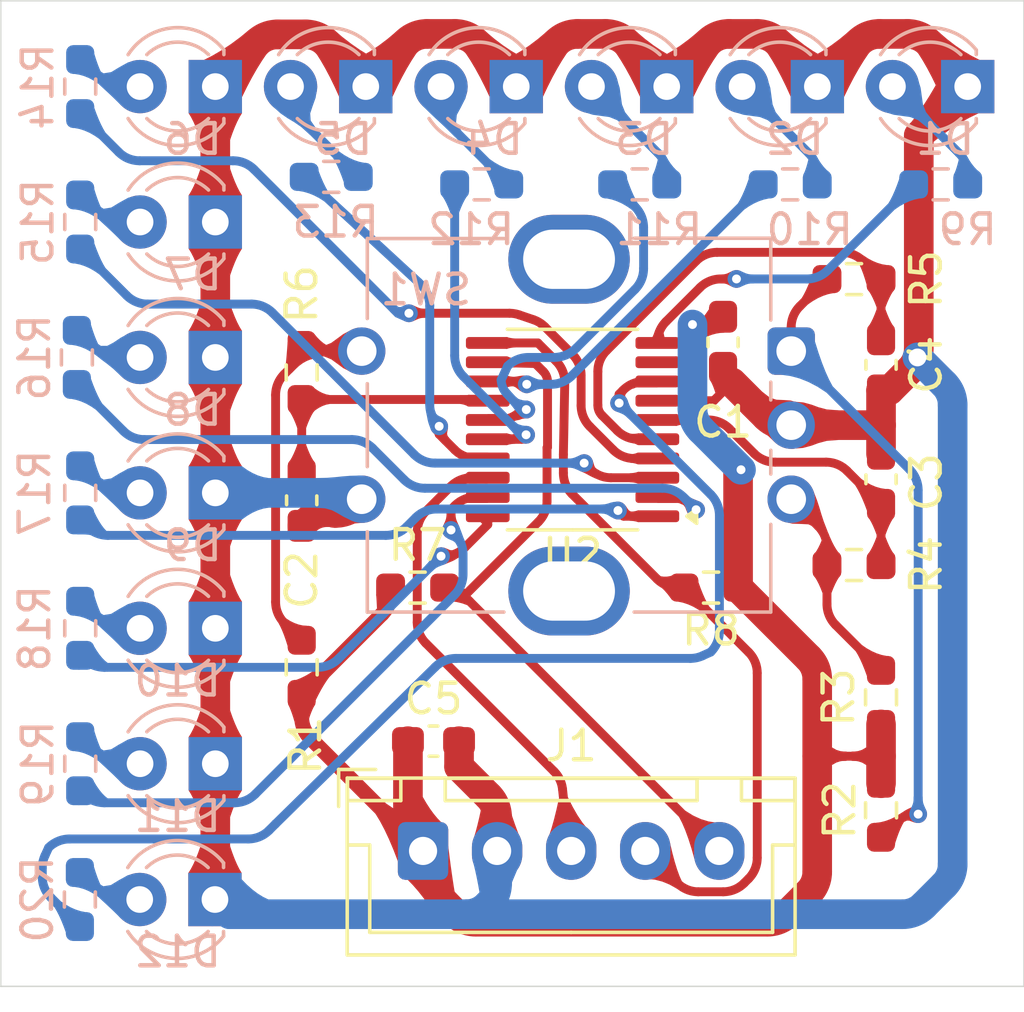
<source format=kicad_pcb>
(kicad_pcb (version 20240108) (generator "pcbnew") (generator_version "8.0")
  (layers (0 "F.Cu" mixed) (31 "B.Cu" mixed) (34 "B.Paste" user) (35 "F.Paste" user) (36 "B.SilkS" user "B.Silkscreen") (37 "F.SilkS" user "F.Silkscreen") (38 "B.Mask" user) (39 "F.Mask" user) (44 "Edge.Cuts" user))
  (net 0 "")
  (net 1 "+3V3")
  (net 2 "GND")
  (net 3 "Net-(U2-PC4)")
  (net 4 "Net-(U2-PA2)")
  (net 5 "Net-(U2-PA1)")
  (net 6 "/SCL")
  (net 7 "/SDA")
  (net 8 "/SWD")
  (net 9 "Net-(R1-Pad2)")
  (net 10 "Net-(R2-Pad2)")
  (net 11 "Net-(R3-Pad2)")
  (net 12 "Net-(D1-A)")
  (net 13 "Net-(D2-A)")
  (net 14 "Net-(D3-A)")
  (net 15 "Net-(D4-A)")
  (net 16 "Net-(D5-A)")
  (net 17 "Net-(D6-A)")
  (net 18 "Net-(D7-A)")
  (net 19 "Net-(D8-A)")
  (net 20 "Net-(D9-A)")
  (net 21 "Net-(D10-A)")
  (net 22 "Net-(D11-A)")
  (net 23 "Net-(D12-A)")
  (net 24 "/PC0")
  (net 25 "/PC3")
  (net 26 "/PC5")
  (net 27 "/PC6")
  (net 28 "/PC7")
  (net 29 "/PD7")
  (net 30 "/PD6")
  (net 31 "/PD5")
  (net 32 "/PD4")
  (net 33 "/PD3")
  (net 34 "/PD2")
  (net 35 "/PD0")
  (footprint "Resistor_SMD:R_0603_1608Metric_Pad0.98x0.95mm_HandSolder" (layer "F.Cu") (at 56.36 45.87)
    (property "Reference" "R5")
    (property "Value" "10kΩ")
  )
  (footprint "Resistor_SMD:R_0603_1608Metric_Pad0.98x0.95mm_HandSolder" (layer "F.Cu") (at 37.7145 58.9745 90)
    (property "Reference" "R1")
    (property "Value" "100kΩ")
  )
  (footprint "Capacitor_SMD:C_0603_1608Metric_Pad1.08x0.95mm_HandSolder" (layer "F.Cu") (at 37.7145 53.3365 -90)
    (property "Reference" "C2")
    (property "Value" "100nF")
  )
  (footprint "Resistor_SMD:R_0603_1608Metric_Pad0.98x0.95mm_HandSolder" (layer "F.Cu") (at 57.2725 59.9905 90)
    (property "Reference" "R3")
    (property "Value" "100kΩ")
  )
  (footprint "Resistor_SMD:R_0603_1608Metric_Pad0.98x0.95mm_HandSolder" (layer "F.Cu") (at 51.534 56.284 180)
    (property "Reference" "R8")
    (property "Value" "∞")
  )
  (footprint "Resistor_SMD:R_0603_1608Metric_Pad0.98x0.95mm_HandSolder" (layer "F.Cu") (at 57.2725 63.8005 -90)
    (property "Reference" "R2")
    (property "Value" "100kΩ")
  )
  (footprint "Resistor_SMD:R_0603_1608Metric_Pad0.98x0.95mm_HandSolder" (layer "F.Cu") (at 56.36 55.522)
    (property "Reference" "R4")
    (property "Value" "10kΩ")
  )
  (footprint "Capacitor_SMD:C_0603_1608Metric_Pad1.08x0.95mm_HandSolder" (layer "F.Cu") (at 42.164 61.468)
    (property "Reference" "C5")
    (property "Value" "10μ")
  )
  (footprint "Resistor_SMD:R_0603_1608Metric_Pad0.98x0.95mm_HandSolder" (layer "F.Cu") (at 41.628 56.284)
    (property "Reference" "R7")
    (property "Value" "∞")
  )
  (footprint "Capacitor_SMD:C_0603_1608Metric_Pad1.08x0.95mm_HandSolder" (layer "F.Cu") (at 51.9385 48.0025 -90)
    (property "Reference" "C1")
    (property "Value" "100nF")
  )
  (footprint "Connector_JST:JST_XH_B5B-XH-A_1x05_P2.50mm_Vertical" (layer "F.Cu") (at 41.8115 65.174)
    (property "Reference" "J1")
    (property "Value" "Conn" (hide yes))
  )
  (footprint "Package_SO:TSSOP-20_4.4x6.5mm_P0.65mm" (layer "F.Cu") (at 46.8585 50.95 180)
    (property "Reference" "U2")
    (property "Value" "CH32V003FxPx" (hide yes))
  )
  (footprint "Capacitor_SMD:C_0603_1608Metric_Pad1.08x0.95mm_HandSolder" (layer "F.Cu") (at 57.2725 52.6275 90)
    (property "Reference" "C3")
    (property "Value" "100nF")
  )
  (footprint "Capacitor_SMD:C_0603_1608Metric_Pad1.08x0.95mm_HandSolder" (layer "F.Cu") (at 57.2725 48.7645 -90)
    (property "Reference" "C4")
    (property "Value" "100nF")
  )
  (footprint "Resistor_SMD:R_0603_1608Metric_Pad0.98x0.95mm_HandSolder" (layer "F.Cu") (at 37.7145 49.0215 -90)
    (property "Reference" "R6")
    (property "Value" "10kΩ")
  )
  (footprint "Resistor_SMD:R_0603_1608Metric_Pad0.98x0.95mm_HandSolder" (layer "B.Cu") (at 49.1255 42.672 180)
    (property "Reference" "R11")
    (property "Value" "1k")
  )
  (footprint "Resistor_SMD:R_0603_1608Metric_Pad0.98x0.95mm_HandSolder" (layer "B.Cu") (at 43.7915 42.672 180)
    (property "Reference" "R12")
    (property "Value" "1k")
  )
  (footprint "LED_THT:LED_D3.0mm" (layer "B.Cu") (at 55.123 39.37 180)
    (property "Reference" "D2")
    (property "Value" "LED")
  )
  (footprint "Resistor_SMD:R_0603_1608Metric_Pad0.98x0.95mm_HandSolder" (layer "B.Cu") (at 54.2055 42.672 180)
    (property "Reference" "R10")
    (property "Value" "1k")
  )
  (footprint "Resistor_SMD:R_0603_1608Metric_Pad0.98x0.95mm_HandSolder" (layer "B.Cu") (at 59.2855 42.672 180)
    (property "Reference" "R9")
    (property "Value" "1k")
  )
  (footprint "Resistor_SMD:R_0603_1608Metric_Pad0.98x0.95mm_HandSolder" (layer "B.Cu") (at 30.1249 48.514 -90)
    (property "Reference" "R16")
    (property "Value" "1k")
  )
  (footprint "Resistor_SMD:R_0603_1608Metric_Pad0.98x0.95mm_HandSolder" (layer "B.Cu") (at 30.2379 53.086 -90)
    (property "Reference" "R17")
    (property "Value" "1k")
  )
  (footprint "Resistor_SMD:R_0603_1608Metric_Pad0.98x0.95mm_HandSolder" (layer "B.Cu") (at 30.2379 57.658 -90)
    (property "Reference" "R18")
    (property "Value" "1k")
  )
  (footprint "LED_THT:LED_D3.0mm" (layer "B.Cu") (at 60.198 39.37 180)
    (property "Reference" "D1")
    (property "Value" "LED")
  )
  (footprint "Rotary_Encoder:RotaryEncoder_Bourns_Vertical_PEC12R-3x17F-Sxxxx" (layer "B.Cu") (at 54.24 48.3 180)
    (property "Reference" "SW1")
    (property "Value" "RotaryEncoder_Switch" (hide yes))
  )
  (footprint "LED_THT:LED_D3.0mm" (layer "B.Cu") (at 34.798 57.658 180)
    (property "Reference" "D10")
    (property "Value" "LED")
  )
  (footprint "LED_THT:LED_D3.0mm" (layer "B.Cu") (at 44.958 39.37 180)
    (property "Reference" "D4")
    (property "Value" "LED")
  )
  (footprint "Resistor_SMD:R_0603_1608Metric_Pad0.98x0.95mm_HandSolder" (layer "B.Cu") (at 30.2379 39.37 -90)
    (property "Reference" "R14")
    (property "Value" "1k")
  )
  (footprint "Resistor_SMD:R_0603_1608Metric_Pad0.98x0.95mm_HandSolder" (layer "B.Cu") (at 30.2379 43.942 -90)
    (property "Reference" "R15")
    (property "Value" "1k")
  )
  (footprint "LED_THT:LED_D3.0mm" (layer "B.Cu") (at 34.798 53.086 180)
    (property "Reference" "D9")
    (property "Value" "LED")
  )
  (footprint "Resistor_SMD:R_0603_1608Metric_Pad0.98x0.95mm_HandSolder" (layer "B.Cu") (at 30.2379 62.23 -90)
    (property "Reference" "R19")
    (property "Value" "1k")
  )
  (footprint "Resistor_SMD:R_0603_1608Metric_Pad0.98x0.95mm_HandSolder" (layer "B.Cu") (at 38.7115 42.418 180)
    (property "Reference" "R13")
    (property "Value" "1k")
  )
  (footprint "LED_THT:LED_D3.0mm" (layer "B.Cu") (at 50.038 39.37 180)
    (property "Reference" "D3")
    (property "Value" "LED")
  )
  (footprint "LED_THT:LED_D3.0mm" (layer "B.Cu") (at 39.878 39.37 180)
    (property "Reference" "D5")
    (property "Value" "LED")
  )
  (footprint "LED_THT:LED_D3.0mm" (layer "B.Cu") (at 34.798 48.514 180)
    (property "Reference" "D8")
    (property "Value" "LED")
  )
  (footprint "LED_THT:LED_D3.0mm" (layer "B.Cu") (at 34.798 43.942 180)
    (property "Reference" "D7")
    (property "Value" "LED")
  )
  (footprint "LED_THT:LED_D3.0mm" (layer "B.Cu") (at 34.798 62.23 180)
    (property "Reference" "D11")
    (property "Value" "LED")
  )
  (footprint "LED_THT:LED_D3.0mm" (layer "B.Cu") (at 34.798 39.37 180)
    (property "Reference" "D6")
    (property "Value" "LED")
  )
  (footprint "Resistor_SMD:R_0603_1608Metric_Pad0.98x0.95mm_HandSolder" (layer "B.Cu") (at 30.226 66.814 -90)
    (property "Reference" "R20")
    (property "Value" "1k")
  )
  (footprint "LED_THT:LED_D3.0mm" (layer "B.Cu") (at 34.7861 66.814 180)
    (property "Reference" "D12")
    (property "Value" "LED")
  )
  (gr_rect (start 27.5545 36.472) (end 62.0985 69.746) (stroke (width 0.05)) (fill none) (layer "Edge.Cuts"))
  (segment (start 42.887107 67.271107) (end 42.571964 66.955964) (width 1) (layer "F.Cu") (net 1))
  (segment (start 40.422607 57.178893) (end 37.7145 59.887) (width 0.5) (layer "F.Cu") (net 1))
  (segment (start 51.054 48.514) (end 51.054 47.752) (width 0.3) (layer "F.Cu") (net 1))
  (segment (start 57.2725 61.976) (end 57.2725 62.888) (width 1) (layer "F.Cu") (net 1))
  (segment (start 55.118 61.976) (end 57.2725 61.976) (width 0.3) (layer "F.Cu") (net 1))
  (segment (start 52.4465 52.4043) (end 52.4465 56.284) (width 1) (layer "F.Cu") (net 1))
  (segment (start 37.7145 60.662786) (end 37.7145 59.887) (width 0.5) (layer "F.Cu") (net 1))
  (segment (start 54.825107 66.586893) (end 54.140893 67.271107) (width 1) (layer "F.Cu") (net 1))
  (segment (start 55.118 61.976) (end 55.118 59.369714) (width 1) (layer "F.Cu") (net 1))
  (segment (start 52.5458 52.305) (end 52.4465 52.4043) (width 0.5) (layer "F.Cu") (net 1))
  (segment (start 51.0801 47.5757) (end 50.9071 47.4027) (width 0.5) (layer "F.Cu") (net 1))
  (segment (start 57.2725 60.903) (end 57.2725 61.976) (width 1) (layer "F.Cu") (net 1))
  (segment (start 41.8115 65.174) (end 38.007393 61.369893) (width 0.5) (layer "F.Cu") (net 1))
  (segment (start 49.721 48.675) (end 50.893 48.675) (width 0.3) (layer "F.Cu") (net 1))
  (segment (start 41.3015 61.468) (end 41.3015 64.664) (width 1) (layer "F.Cu") (net 1))
  (segment (start 42.341987 66.597961) (end 41.8115 65.174) (width 1) (layer "F.Cu") (net 1))
  (segment (start 54.825107 58.662607) (end 52.4465 56.284) (width 1) (layer "F.Cu") (net 1))
  (segment (start 53.433786 67.564) (end 43.594214 67.564) (width 1) (layer "F.Cu") (net 1))
  (segment (start 51.054 47.752) (end 51.666 47.14) (width 0.5) (layer "F.Cu") (net 1))
  (segment (start 41.3015 64.664) (end 41.8115 65.174) (width 0.5) (layer "F.Cu") (net 1))
  (segment (start 50.893 48.675) (end 51.054 48.514) (width 0.3) (layer "F.Cu") (net 1))
  (segment (start 55.118 61.976) (end 55.118 65.879786) (width 1) (layer "F.Cu") (net 1))
  (via (at 50.9071 47.4027) (size 0.6) (drill 0.3) (layers "F.Cu" "B.Cu") (net 1))
  (via (at 52.5458 52.305) (size 0.6) (drill 0.3) (layers "F.Cu" "B.Cu") (net 1))
  (arc (start 40.7155 56.471786) (mid 40.63938 56.854469) (end 40.422607 57.178893) (width 0.5) (layer "F.Cu") (net 1))
  (arc (start 55.118 65.879786) (mid 55.04188 66.262469) (end 54.825107 66.586893) (width 1) (layer "F.Cu") (net 1))
  (arc (start 53.433786 67.564) (mid 53.816469 67.48788) (end 54.140893 67.271107) (width 1) (layer "F.Cu") (net 1))
  (arc (start 55.118 59.369714) (mid 55.04188 58.987031) (end 54.825107 58.662607) (width 1) (layer "F.Cu") (net 1))
  (arc (start 42.571964 66.955964) (mid 42.437713 66.789336) (end 42.341987 66.597961) (width 1) (layer "F.Cu") (net 1))
  (arc (start 42.887107 67.271107) (mid 43.21153 67.48788) (end 43.594214 67.564) (width 1) (layer "F.Cu") (net 1))
  (arc (start 38.007393 61.369893) (mid 37.79062 61.04547) (end 37.7145 60.662786) (width 0.5) (layer "F.Cu") (net 1))
  (segment (start 52.5458 52.305) (end 51.199993 50.959193) (width 1) (layer "B.Cu") (net 1))
  (segment (start 50.9071 50.252086) (end 50.9071 47.4027) (width 1) (layer "B.Cu") (net 1))
  (arc (start 51.199993 50.959193) (mid 50.98322 50.63477) (end 50.9071 50.252086) (width 1) (layer "B.Cu") (net 1))
  (segment (start 37.845986 37.608) (end 36.900814 37.608) (width 1) (layer "F.Cu") (net 2))
  (segment (start 34.798 43.942) (end 34.798 48.514) (width 1) (layer "F.Cu") (net 2))
  (segment (start 41.238307 37.884893) (end 39.878 39.2452) (width 1) (layer "F.Cu") (net 2))
  (segment (start 57.2725 50.8) (end 57.2725 51.765) (width 1) (layer "F.Cu") (net 2))
  (segment (start 52.2404 49.3564) (end 53.391107 50.507107) (width 1) (layer "F.Cu") (net 2))
  (segment (start 49.721 49.975) (end 51.625 49.975) (width 0.3) (layer "F.Cu") (net 2))
  (segment (start 34.798 53.086) (end 34.798 48.514) (width 1) (layer "F.Cu") (net 2))
  (segment (start 58.5463 48.220086) (end 58.5463 41.0217) (width 1) (layer "F.Cu") (net 2))
  (segment (start 47.023914 37.592) (end 47.972086 37.592) (width 1) (layer "F.Cu") (net 2))
  (segment (start 38.8041 53.7626) (end 38.565114 53.7626) (width 0.9516) (layer "F.Cu") (net 2))
  (segment (start 44.958 39.2437) (end 46.316807 37.884893) (width 1) (layer "F.Cu") (net 2))
  (segment (start 51.625 49.975) (end 51.9385 49.6615) (width 0.3) (layer "F.Cu") (net 2))
  (segment (start 34.798 57.658) (end 34.798 62.23) (width 1) (layer "F.Cu") (net 2))
  (segment (start 43.0265 61.468) (end 43.0265 62.3305) (width 1) (layer "F.Cu") (net 2))
  (segment (start 34.798 39.37) (end 34.798 43.942) (width 1) (layer "F.Cu") (net 2))
  (segment (start 48.679193 37.884893) (end 50.038 39.2437) (width 1) (layer "F.Cu") (net 2))
  (segment (start 34.798 53.086) (end 34.798 57.658) (width 1) (layer "F.Cu") (net 2))
  (segment (start 52.137828 37.592) (end 53.086 37.592) (width 1) (layer "F.Cu") (net 2))
  (segment (start 34.798 62.23) (end 34.798 66.8021) (width 1) (layer "F.Cu") (net 2))
  (segment (start 57.5536 49.627) (end 58.253407 48.927193) (width 1) (layer "F.Cu") (net 2))
  (segment (start 38.863186 53.7626) (end 38.8041 53.7626) (width 1) (layer "F.Cu") (net 2))
  (segment (start 44.3115 64.029714) (end 44.3115 65.174) (width 1) (layer "F.Cu") (net 2))
  (segment (start 43.0265 62.3305) (end 44.018607 63.322607) (width 1) (layer "F.Cu") (net 2))
  (segment (start 60.198 39.37) (end 58.5463 41.0217) (width 1) (layer "F.Cu") (net 2))
  (segment (start 50.071914 39.2437) (end 51.430721 37.884893) (width 1) (layer "F.Cu") (net 2))
  (segment (start 39.9134 39.2612) (end 38.553093 37.900893) (width 1) (layer "F.Cu") (net 2))
  (segment (start 36.193707 37.900893) (end 34.8334 39.2612) (width 1) (layer "F.Cu") (net 2))
  (segment (start 57.2725 49.627) (end 57.5536 49.627) (width 1) (layer "F.Cu") (net 2))
  (segment (start 51.9385 49.6615) (end 51.9385 48.865) (width 0.3) (layer "F.Cu") (net 2))
  (segment (start 42.890586 37.592) (end 41.945414 37.592) (width 1) (layer "F.Cu") (net 2))
  (segment (start 57.217828 37.592) (end 58.166 37.592) (width 1) (layer "F.Cu") (net 2))
  (segment (start 55.151914 39.2437) (end 56.510721 37.884893) (width 1) (layer "F.Cu") (net 2))
  (segment (start 54.24 50.8) (end 57.2725 50.8) (width 1) (layer "F.Cu") (net 2))
  (segment (start 53.793107 37.884893) (end 55.151914 39.2437) (width 1) (layer "F.Cu") (net 2))
  (segment (start 57.2725 49.627) (end 57.2725 50.8) (width 1) (layer "F.Cu") (net 2))
  (segment (start 58.873107 37.884893) (end 60.231914 39.2437) (width 1) (layer "F.Cu") (net 2))
  (segment (start 44.958 39.2452) (end 43.597693 37.884893) (width 1) (layer "F.Cu") (net 2))
  (segment (start 37.858007 54.055493) (end 37.7145 54.199) (width 0.9516) (layer "F.Cu") (net 2))
  (via (at 58.502136 48.514) (size 1) (drill 0.6) (layers "F.Cu" "B.Cu") (net 2))
  (arc (start 38.553093 37.900893) (mid 38.22867 37.68412) (end 37.845986 37.608) (width 1) (layer "F.Cu") (net 2))
  (arc (start 57.217828 37.592) (mid 56.835145 37.66812) (end 56.510721 37.884893) (width 1) (layer "F.Cu") (net 2))
  (arc (start 47.023914 37.592) (mid 46.641231 37.66812) (end 46.316807 37.884893) (width 1) (layer "F.Cu") (net 2))
  (arc (start 52.137828 37.592) (mid 51.755145 37.66812) (end 51.430721 37.884893) (width 1) (layer "F.Cu") (net 2))
  (arc (start 54.098214 50.8) (mid 53.715531 50.72388) (end 53.391107 50.507107) (width 1) (layer "F.Cu") (net 2))
  (arc (start 53.793107 37.884893) (mid 53.468684 37.66812) (end 53.086 37.592) (width 1) (layer "F.Cu") (net 2))
  (arc (start 58.873107 37.884893) (mid 58.548684 37.66812) (end 58.166 37.592) (width 1) (layer "F.Cu") (net 2))
  (arc (start 38.565114 53.7626) (mid 38.182431 53.83872) (end 37.858007 54.055493) (width 0.9516) (layer "F.Cu") (net 2))
  (arc (start 48.679193 37.884893) (mid 48.35477 37.66812) (end 47.972086 37.592) (width 1) (layer "F.Cu") (net 2))
  (arc (start 43.597693 37.884893) (mid 43.27327 37.66812) (end 42.890586 37.592) (width 1) (layer "F.Cu") (net 2))
  (arc (start 41.238307 37.884893) (mid 41.56273 37.66812) (end 41.945414 37.592) (width 1) (layer "F.Cu") (net 2))
  (arc (start 36.193707 37.900893) (mid 36.51813 37.68412) (end 36.900814 37.608) (width 1) (layer "F.Cu") (net 2))
  (arc (start 38.863186 53.7626) (mid 39.245869 53.68648) (end 39.570293 53.469707) (width 1) (layer "F.Cu") (net 2))
  (arc (start 58.5463 48.220086) (mid 58.47018 48.602769) (end 58.253407 48.927193) (width 1) (layer "F.Cu") (net 2))
  (arc (start 44.018607 63.322607) (mid 44.23538 63.64703) (end 44.3115 64.029714) (width 1) (layer "F.Cu") (net 2))
  (segment (start 39.526 53.086) (end 39.74 53.3) (width 1) (layer "B.Cu") (net 2))
  (segment (start 44.3115 65.174) (end 44.3115 66.272286) (width 1) (layer "B.Cu") (net 2))
  (segment (start 59.397107 49.408971) (end 58.502136 48.514) (width 1) (layer "B.Cu") (net 2))
  (segment (start 43.273786 67.31) (end 35.2821 67.31) (width 1) (layer "B.Cu") (net 2))
  (segment (start 34.798 53.086) (end 39.526 53.086) (width 1) (layer "B.Cu") (net 2))
  (segment (start 35.2821 67.31) (end 34.7861 66.814) (width 1) (layer "B.Cu") (net 2))
  (segment (start 58.712893 67.017107) (end 59.397107 66.332893) (width 1) (layer "B.Cu") (net 2))
  (segment (start 44.018607 66.979393) (end 43.980893 67.017107) (width 1) (layer "B.Cu") (net 2))
  (segment (start 43.273786 67.31) (end 58.005786 67.31) (width 1) (layer "B.Cu") (net 2))
  (segment (start 59.69 65.625786) (end 59.69 50.116078) (width 1) (layer "B.Cu") (net 2))
  (arc (start 43.980893 67.017107) (mid 43.65647 67.23388) (end 43.273786 67.31) (width 1) (layer "B.Cu") (net 2))
  (arc (start 59.69 65.625786) (mid 59.61388 66.008469) (end 59.397107 66.332893) (width 1) (layer "B.Cu") (net 2))
  (arc (start 44.018607 66.979393) (mid 44.23538 66.65497) (end 44.3115 66.272286) (width 1) (layer "B.Cu") (net 2))
  (arc (start 59.69 50.116078) (mid 59.61388 49.733395) (end 59.397107 49.408971) (width 1) (layer "B.Cu") (net 2))
  (arc (start 58.712893 67.017107) (mid 58.38847 67.23388) (end 58.005786 67.31) (width 1) (layer "B.Cu") (net 2))
  (segment (start 43.955 49.934) (end 37.7145 49.934) (width 0.3) (layer "F.Cu") (net 3))
  (segment (start 37.7145 49.934) (end 37.7145 52.474) (width 0.3) (layer "F.Cu") (net 3))
  (segment (start 53.697414 52.05) (end 55.418286 52.05) (width 0.3) (layer "F.Cu") (net 4))
  (segment (start 56.125393 52.342893) (end 57.2725 53.49) (width 0.3) (layer "F.Cu") (net 4))
  (segment (start 52.151093 50.917893) (end 52.990307 51.757107) (width 0.3) (layer "F.Cu") (net 4))
  (segment (start 57.2725 53.49) (end 57.2725 55.522) (width 0.3) (layer "F.Cu") (net 4))
  (segment (start 49.721 50.625) (end 51.443986 50.625) (width 0.3) (layer "F.Cu") (net 4))
  (arc (start 56.125393 52.342893) (mid 55.80097 52.12612) (end 55.418286 52.05) (width 0.3) (layer "F.Cu") (net 4))
  (arc (start 51.443986 50.625) (mid 51.826669 50.70112) (end 52.151093 50.917893) (width 0.3) (layer "F.Cu") (net 4))
  (arc (start 53.697414 52.05) (mid 53.314731 51.97388) (end 52.990307 51.757107) (width 0.3) (layer "F.Cu") (net 4))
  (segment (start 48.004693 48.283307) (end 51.029307 45.258693) (width 0.3) (layer "F.Cu") (net 5))
  (segment (start 49.721 51.275) (end 49.072614 51.275) (width 0.3) (layer "F.Cu") (net 5))
  (segment (start 51.736414 44.9658) (end 55.954086 44.9658) (width 0.3) (layer "F.Cu") (net 5))
  (segment (start 47.7118 50.12702) (end 47.7118 48.990414) (width 0.3) (layer "F.Cu") (net 5))
  (segment (start 48.365507 50.982107) (end 47.854197 50.470797) (width 0.3) (layer "F.Cu") (net 5))
  (segment (start 57.2725 45.87) (end 57.2725 47.902) (width 0.3) (layer "F.Cu") (net 5))
  (segment (start 56.661193 45.258693) (end 57.2725 45.87) (width 0.3) (layer "F.Cu") (net 5))
  (arc (start 49.072614 51.275) (mid 48.689931 51.19888) (end 48.365507 50.982107) (width 0.3) (layer "F.Cu") (net 5))
  (arc (start 48.004693 48.283307) (mid 47.78792 48.60773) (end 47.7118 48.990414) (width 0.3) (layer "F.Cu") (net 5))
  (arc (start 51.029307 45.258693) (mid 51.35373 45.04192) (end 51.736414 44.9658) (width 0.3) (layer "F.Cu") (net 5))
  (arc (start 47.7118 50.12702) (mid 47.748808 50.313071) (end 47.854197 50.470797) (width 0.3) (layer "F.Cu") (net 5))
  (arc (start 56.661193 45.258693) (mid 56.33677 45.04192) (end 55.954086 44.9658) (width 0.3) (layer "F.Cu") (net 5))
  (segment (start 42.822 56.5655) (end 43.2029 56.5655) (width 0.3) (layer "F.Cu") (net 6))
  (segment (start 43.203 56.5654) (end 45.704107 54.064293) (width 0.3) (layer "F.Cu") (net 6))
  (segment (start 45.6025 48.7195) (end 43.996 48.675) (width 0.3) (layer "F.Cu") (net 6))
  (segment (start 46.0135 51.5459) (end 46.0135 49.3359) (width 0.3) (layer "F.Cu") (net 6))
  (segment (start 51.8115 65.174) (end 43.203 56.5654) (width 0.3) (layer "F.Cu") (net 6))
  (segment (start 45.86826 48.98526) (end 45.6025 48.7195) (width 0.3) (layer "F.Cu") (net 6))
  (segment (start 45.997 51.5624) (end 46.0135 51.5459) (width 0.3) (layer "F.Cu") (net 6))
  (segment (start 43.2029 56.5655) (end 43.203 56.5654) (width 0.3) (layer "F.Cu") (net 6))
  (segment (start 45.997 53.357186) (end 45.997 51.5624) (width 0.3) (layer "F.Cu") (net 6))
  (arc (start 45.997 53.357186) (mid 45.92088 53.739869) (end 45.704107 54.064293) (width 0.3) (layer "F.Cu") (net 6))
  (arc (start 45.86826 48.98526) (mid 45.975753 49.146135) (end 46.0135 49.3359) (width 0.3) (layer "F.Cu") (net 6))
  (segment (start 43.996 48.025) (end 45.6882 48.025) (width 0.3) (layer "F.Cu") (net 7))
  (segment (start 50.6215 56.284) (end 52.800207 58.462707) (width 0.3) (layer "F.Cu") (net 7))
  (segment (start 45.6882 48.025) (end 46.302907 48.639707) (width 0.3) (layer "F.Cu") (net 7))
  (segment (start 46.5958 49.346814) (end 46.5487 51.7909) (width 0.3) (layer "F.Cu") (net 7))
  (segment (start 52.800207 66.110793) (end 52.651493 66.259507) (width 0.3) (layer "F.Cu") (net 7))
  (segment (start 53.0931 59.169814) (end 53.0931 65.403686) (width 0.3) (layer "F.Cu") (net 7))
  (segment (start 51.944386 66.5524) (end 51.104114 66.5524) (width 0.3) (layer "F.Cu") (net 7))
  (segment (start 46.5487 51.7909) (end 46.5487 52.417086) (width 0.3) (layer "F.Cu") (net 7))
  (segment (start 50.397007 66.259507) (end 49.3115 65.174) (width 0.3) (layer "F.Cu") (net 7))
  (segment (start 46.841593 53.124193) (end 49.708507 55.991107) (width 0.3) (layer "F.Cu") (net 7))
  (arc (start 46.302907 48.639707) (mid 46.51968 48.96413) (end 46.5958 49.346814) (width 0.3) (layer "F.Cu") (net 7))
  (arc (start 52.800207 58.462707) (mid 53.01698 58.78713) (end 53.0931 59.169814) (width 0.3) (layer "F.Cu") (net 7))
  (arc (start 52.800207 66.110793) (mid 53.01698 65.78637) (end 53.0931 65.403686) (width 0.3) (layer "F.Cu") (net 7))
  (arc (start 49.708507 55.991107) (mid 50.032931 56.20788) (end 50.415614 56.284) (width 0.3) (layer "F.Cu") (net 7))
  (arc (start 46.5487 52.417086) (mid 46.62482 52.799769) (end 46.841593 53.124193) (width 0.3) (layer "F.Cu") (net 7))
  (arc (start 52.651493 66.259507) (mid 52.32707 66.47628) (end 51.944386 66.5524) (width 0.3) (layer "F.Cu") (net 7))
  (arc (start 50.397007 66.259507) (mid 50.72143 66.47628) (end 51.104114 66.5524) (width 0.3) (layer "F.Cu") (net 7))
  (segment (start 41.908093 58.164093) (end 46.232584 62.488584) (width 0.3) (layer "F.Cu") (net 8))
  (segment (start 46.736 65.0985) (end 46.8115 65.174) (width 0.3) (layer "F.Cu") (net 8))
  (segment (start 46.519737 63.088703) (end 46.736 65.0985) (width 0.3) (layer "F.Cu") (net 8))
  (segment (start 41.6152 54.412514) (end 41.6152 57.456986) (width 0.3) (layer "F.Cu") (net 8))
  (segment (start 42.745607 52.867893) (end 41.908093 53.705407) (width 0.3) (layer "F.Cu") (net 8))
  (arc (start 41.908093 53.705407) (mid 41.69132 54.029831) (end 41.6152 54.412514) (width 0.3) (layer "F.Cu") (net 8))
  (arc (start 46.232584 62.488584) (mid 46.427529 62.764064) (end 46.519737 63.088703) (width 0.3) (layer "F.Cu") (net 8))
  (arc (start 41.6152 57.456986) (mid 41.69132 57.83967) (end 41.908093 58.164093) (width 0.3) (layer "F.Cu") (net 8))
  (arc (start 43.452714 52.575) (mid 43.07003 52.65112) (end 42.745607 52.867893) (width 0.3) (layer "F.Cu") (net 8))
  (segment (start 39.74 48.3) (end 37.9055 48.3) (width 0.3) (layer "F.Cu") (net 9))
  (segment (start 36.8336 49.786114) (end 36.8336 56.766886) (width 0.3) (layer "F.Cu") (net 9))
  (segment (start 37.126493 57.473993) (end 37.7145 58.062) (width 0.3) (layer "F.Cu") (net 9))
  (segment (start 37.9055 48.3) (end 37.126493 49.079007) (width 0.3) (layer "F.Cu") (net 9))
  (arc (start 37.126493 49.079007) (mid 36.90972 49.40343) (end 36.8336 49.786114) (width 0.3) (layer "F.Cu") (net 9))
  (arc (start 37.126493 57.473993) (mid 36.90972 57.14957) (end 36.8336 56.766886) (width 0.3) (layer "F.Cu") (net 9))
  (segment (start 54.532893 46.784607) (end 55.4475 45.87) (width 0.3) (layer "F.Cu") (net 10))
  (segment (start 54.24 48.3) (end 54.24 47.491714) (width 0.3) (layer "F.Cu") (net 10))
  (segment (start 58.5262 63.9318) (end 58.467914 63.9318) (width 0.3) (layer "F.Cu") (net 10))
  (segment (start 57.760807 64.224693) (end 57.2725 64.713) (width 0.3) (layer "F.Cu") (net 10))
  (via (at 58.5262 63.9318) (size 0.6) (drill 0.3) (layers "F.Cu" "B.Cu") (net 10))
  (arc (start 54.532893 46.784607) (mid 54.31612 47.10903) (end 54.24 47.491714) (width 0.3) (layer "F.Cu") (net 10))
  (arc (start 57.760807 64.224693) (mid 58.08523 64.00792) (end 58.467914 63.9318) (width 0.3) (layer "F.Cu") (net 10))
  (segment (start 58.5262 53.000414) (end 58.5262 63.9318) (width 0.3) (layer "B.Cu") (net 10))
  (segment (start 54.24 48.3) (end 58.233307 52.293307) (width 0.3) (layer "B.Cu") (net 10))
  (arc (start 58.233307 52.293307) (mid 58.45008 52.61773) (end 58.5262 53.000414) (width 0.3) (layer "B.Cu") (net 10))
  (segment (start 57.2725 59.078) (end 55.740393 57.545893) (width 0.3) (layer "F.Cu") (net 11))
  (segment (start 55.4475 54.921714) (end 55.4475 55.522) (width 0.3) (layer "F.Cu") (net 11))
  (segment (start 54.24 53.3) (end 55.154607 54.214607) (width 0.3) (layer "F.Cu") (net 11))
  (segment (start 55.4475 56.838786) (end 55.4475 55.522) (width 0.3) (layer "F.Cu") (net 11))
  (arc (start 55.4475 54.921714) (mid 55.37138 54.539031) (end 55.154607 54.214607) (width 0.3) (layer "F.Cu") (net 11))
  (arc (start 55.740393 57.545893) (mid 55.52362 57.22147) (end 55.4475 56.838786) (width 0.3) (layer "F.Cu") (net 11))
  (segment (start 59.905107 41.617107) (end 57.658 39.37) (width 0.3) (layer "B.Cu") (net 12))
  (segment (start 60.198 42.672) (end 60.198 42.324214) (width 0.3) (layer "B.Cu") (net 12))
  (arc (start 59.905107 41.617107) (mid 60.12188 41.94153) (end 60.198 42.324214) (width 0.3) (layer "B.Cu") (net 12))
  (segment (start 55.118 42.672) (end 55.118 42.319214) (width 0.3) (layer "B.Cu") (net 13))
  (segment (start 54.825107 41.612107) (end 52.583 39.37) (width 0.3) (layer "B.Cu") (net 13))
  (arc (start 55.118 42.319214) (mid 55.04188 41.936531) (end 54.825107 41.612107) (width 0.3) (layer "B.Cu") (net 13))
  (segment (start 47.498 39.37) (end 49.745107 41.617107) (width 0.3) (layer "B.Cu") (net 14))
  (segment (start 50.038 42.324214) (end 50.038 42.672) (width 0.3) (layer "B.Cu") (net 14))
  (arc (start 49.745107 41.617107) (mid 49.96188 41.94153) (end 50.038 42.324214) (width 0.3) (layer "B.Cu") (net 14))
  (segment (start 44.704 42.672) (end 42.710893 40.678893) (width 0.3) (layer "B.Cu") (net 15))
  (arc (start 42.418 39.971786) (mid 42.49412 40.354469) (end 42.710893 40.678893) (width 0.3) (layer "B.Cu") (net 15))
  (segment (start 39.624 42.418) (end 37.630893 40.424893) (width 0.3) (layer "B.Cu") (net 16))
  (arc (start 37.338 39.717786) (mid 37.41412 40.100469) (end 37.630893 40.424893) (width 0.3) (layer "B.Cu") (net 16))
  (segment (start 30.857507 39.077107) (end 30.2379 38.4575) (width 0.3) (layer "B.Cu") (net 17))
  (arc (start 31.564614 39.37) (mid 31.181931 39.29388) (end 30.857507 39.077107) (width 0.3) (layer "B.Cu") (net 17))
  (segment (start 30.857507 43.649107) (end 30.2379 43.0295) (width 0.3) (layer "B.Cu") (net 18))
  (arc (start 31.564614 43.942) (mid 31.181931 43.86588) (end 30.857507 43.649107) (width 0.3) (layer "B.Cu") (net 18))
  (segment (start 30.744507 48.221107) (end 30.1249 47.6015) (width 0.3) (layer "B.Cu") (net 19))
  (segment (start 32.258 48.514) (end 31.451614 48.514) (width 0.3) (layer "B.Cu") (net 19))
  (arc (start 30.744507 48.221107) (mid 31.06893 48.43788) (end 31.451614 48.514) (width 0.3) (layer "B.Cu") (net 19))
  (segment (start 30.857507 52.793107) (end 30.2379 52.1735) (width 0.3) (layer "B.Cu") (net 20))
  (arc (start 30.857507 52.793107) (mid 31.18193 53.00988) (end 31.564614 53.086) (width 0.3) (layer "B.Cu") (net 20))
  (segment (start 30.857507 57.365107) (end 30.2379 56.7455) (width 0.3) (layer "B.Cu") (net 21))
  (arc (start 30.857507 57.365107) (mid 31.18193 57.58188) (end 31.564614 57.658) (width 0.3) (layer "B.Cu") (net 21))
  (segment (start 30.857507 61.937107) (end 30.2379 61.3175) (width 0.3) (layer "B.Cu") (net 22))
  (arc (start 31.564614 62.23) (mid 31.181931 62.15388) (end 30.857507 61.937107) (width 0.3) (layer "B.Cu") (net 22))
  (segment (start 30.845607 66.521107) (end 30.226 65.9015) (width 0.3) (layer "B.Cu") (net 23))
  (arc (start 30.845607 66.521107) (mid 31.17003 66.73788) (end 31.552714 66.814) (width 0.3) (layer "B.Cu") (net 23))
  (segment (start 51.866814 45.864) (end 52.3924 45.864) (width 0.3) (layer "F.Cu") (net 24))
  (segment (start 50.013893 47.302707) (end 51.159707 46.156893) (width 0.3) (layer "F.Cu") (net 24))
  (via (at 52.3924 45.864) (size 0.6) (drill 0.3) (layers "F.Cu" "B.Cu") (net 24))
  (arc (start 51.159707 46.156893) (mid 51.48413 45.94012) (end 51.866814 45.864) (width 0.3) (layer "F.Cu") (net 24))
  (arc (start 49.721 48.009814) (mid 49.79712 47.627131) (end 50.013893 47.302707) (width 0.3) (layer "F.Cu") (net 24))
  (segment (start 58.373 42.672) (end 55.473893 45.571107) (width 0.3) (layer "B.Cu") (net 24))
  (segment (start 54.766786 45.864) (end 52.3924 45.864) (width 0.3) (layer "B.Cu") (net 24))
  (arc (start 55.473893 45.571107) (mid 55.14947 45.78788) (end 54.766786 45.864) (width 0.3) (layer "B.Cu") (net 24))
  (segment (start 45.2156 49.325) (end 45.3118 49.4212) (width 0.3) (layer "F.Cu") (net 25))
  (segment (start 43.996 49.325) (end 45.2156 49.325) (width 0.3) (layer "F.Cu") (net 25))
  (via (at 45.3118 49.4212) (size 0.6) (drill 0.3) (layers "F.Cu" "B.Cu") (net 25))
  (segment (start 46.129586 49.4212) (end 45.3118 49.4212) (width 0.3) (layer "B.Cu") (net 25))
  (segment (start 53.293 42.672) (end 46.836693 49.128307) (width 0.3) (layer "B.Cu") (net 25))
  (arc (start 46.836693 49.128307) (mid 46.51227 49.34508) (end 46.129586 49.4212) (width 0.3) (layer "B.Cu") (net 25))
  (segment (start 45.1497 50.273) (end 45.090593 50.332107) (width 0.3) (layer "F.Cu") (net 26))
  (segment (start 45.2967 50.273) (end 45.1497 50.273) (width 0.3) (layer "F.Cu") (net 26))
  (via (at 45.2967 50.273) (size 0.6) (drill 0.3) (layers "F.Cu" "B.Cu") (net 26))
  (arc (start 45.090593 50.332107) (mid 44.76617 50.54888) (end 44.383486 50.625) (width 0.3) (layer "F.Cu") (net 26))
  (segment (start 45.1358 50.273) (end 44.633832 49.729164) (width 0.3) (layer "B.Cu") (net 26))
  (segment (start 48.963907 43.422907) (end 48.213 42.672) (width 0.3) (layer "B.Cu") (net 26))
  (segment (start 45.372214 48.514) (end 46.22085 48.514) (width 0.3) (layer "B.Cu") (net 26))
  (segment (start 49.2568 45.511186) (end 49.2568 44.130014) (width 0.3) (layer "B.Cu") (net 26))
  (segment (start 44.45 49.276) (end 44.665107 48.806893) (width 0.3) (layer "B.Cu") (net 26))
  (segment (start 45.2967 50.273) (end 45.1358 50.273) (width 0.3) (layer "B.Cu") (net 26))
  (segment (start 46.984524 48.197676) (end 48.963907 46.218293) (width 0.3) (layer "B.Cu") (net 26))
  (arc (start 48.963907 46.218293) (mid 49.18068 45.893869) (end 49.2568 45.511186) (width 0.3) (layer "B.Cu") (net 26))
  (arc (start 44.633832 49.729164) (mid 44.497592 49.511393) (end 44.45 49.258964) (width 0.3) (layer "B.Cu") (net 26))
  (arc (start 44.665107 48.806893) (mid 44.989531 48.59012) (end 45.372214 48.514) (width 0.3) (layer "B.Cu") (net 26))
  (arc (start 46.22085 48.514) (mid 46.634147 48.43179) (end 46.984524 48.197676) (width 0.3) (layer "B.Cu") (net 26))
  (arc (start 49.2568 44.130014) (mid 49.18068 43.747331) (end 48.963907 43.422907) (width 0.3) (layer "B.Cu") (net 26))
  (segment (start 43.996 51.275) (end 45.14 51.275) (width 0.3) (layer "F.Cu") (net 27))
  (segment (start 45.14 51.275) (end 45.2902 51.1248) (width 0.3) (layer "F.Cu") (net 27))
  (via (at 45.2902 51.1248) (size 0.6) (drill 0.3) (layers "F.Cu" "B.Cu") (net 27))
  (segment (start 45.1421 51.1248) (end 45.2902 51.1248) (width 0.3) (layer "B.Cu") (net 27))
  (segment (start 42.879 42.672) (end 42.879 48.447486) (width 0.3) (layer "B.Cu") (net 27))
  (segment (start 43.171893 49.154593) (end 45.1421 51.1248) (width 0.3) (layer "B.Cu") (net 27))
  (arc (start 43.171893 49.154593) (mid 42.95512 48.83017) (end 42.879 48.447486) (width 0.3) (layer "B.Cu") (net 27))
  (segment (start 42.3554 51.1068) (end 42.3554 50.8382) (width 0.3) (layer "F.Cu") (net 28))
  (segment (start 42.880707 51.632107) (end 42.3554 51.1068) (width 0.3) (layer "F.Cu") (net 28))
  (via (at 42.3554 50.8382) (size 0.6) (drill 0.3) (layers "F.Cu" "B.Cu") (net 28))
  (arc (start 43.587814 51.925) (mid 43.205131 51.84888) (end 42.880707 51.632107) (width 0.3) (layer "F.Cu") (net 28))
  (segment (start 41.656 45.974) (end 41.744007 46.062007) (width 0.3) (layer "B.Cu") (net 28))
  (segment (start 42.329793 50.812593) (end 42.3554 50.8382) (width 0.3) (layer "B.Cu") (net 28))
  (segment (start 42.0369 46.769114) (end 42.0369 50.105486) (width 0.3) (layer "B.Cu") (net 28))
  (segment (start 37.799 42.418) (end 41.656 45.974) (width 0.3) (layer "B.Cu") (net 28))
  (arc (start 41.744007 46.062007) (mid 41.96078 46.38643) (end 42.0369 46.769114) (width 0.3) (layer "B.Cu") (net 28))
  (arc (start 42.0369 50.105486) (mid 42.11302 50.48817) (end 42.329793 50.812593) (width 0.3) (layer "B.Cu") (net 28))
  (segment (start 41.3345 47.0223) (end 44.731335 47.0223) (width 0.3) (layer "F.Cu") (net 29))
  (segment (start 48.937014 51.925) (end 49.721 51.925) (width 0.3) (layer "F.Cu") (net 29))
  (segment (start 45.053052 47.075464) (end 45.537967 47.240229) (width 0.3) (layer "F.Cu") (net 29))
  (segment (start 45.923358 47.479958) (end 46.854607 48.411207) (width 0.3) (layer "F.Cu") (net 29))
  (segment (start 47.440393 50.842593) (end 48.229907 51.632107) (width 0.3) (layer "F.Cu") (net 29))
  (segment (start 47.1475 49.118314) (end 47.1475 50.135486) (width 0.3) (layer "F.Cu") (net 29))
  (via (at 41.3345 47.0223) (size 0.6) (drill 0.3) (layers "F.Cu" "B.Cu") (net 29))
  (arc (start 45.923358 47.479958) (mid 45.744443 47.33794) (end 45.537967 47.240229) (width 0.3) (layer "F.Cu") (net 29))
  (arc (start 47.1475 50.135486) (mid 47.22362 50.518169) (end 47.440393 50.842593) (width 0.3) (layer "F.Cu") (net 29))
  (arc (start 45.053052 47.075464) (mid 44.894375 47.03568) (end 44.731335 47.0223) (width 0.3) (layer "F.Cu") (net 29))
  (arc (start 46.854607 48.411207) (mid 47.07138 48.735631) (end 47.1475 49.118314) (width 0.3) (layer "F.Cu") (net 29))
  (arc (start 48.229907 51.632107) (mid 48.554331 51.84888) (end 48.937014 51.925) (width 0.3) (layer "F.Cu") (net 29))
  (segment (start 40.9604 47.0223) (end 41.3345 47.0223) (width 0.3) (layer "B.Cu") (net 29))
  (segment (start 30.2379 40.2825) (end 31.536607 41.581207) (width 0.3) (layer "B.Cu") (net 29))
  (segment (start 36.105093 42.166993) (end 40.9604 47.0223) (width 0.3) (layer "B.Cu") (net 29))
  (segment (start 32.243714 41.8741) (end 35.397986 41.8741) (width 0.3) (layer "B.Cu") (net 29))
  (arc (start 36.105093 42.166993) (mid 35.78067 41.95022) (end 35.397986 41.8741) (width 0.3) (layer "B.Cu") (net 29))
  (arc (start 32.243714 41.8741) (mid 31.861031 41.79798) (end 31.536607 41.581207) (width 0.3) (layer "B.Cu") (net 29))
  (segment (start 47.451007 52.282107) (end 47.2504 52.0815) (width 0.3) (layer "F.Cu") (net 30))
  (segment (start 49.721 52.575) (end 48.158114 52.575) (width 0.3) (layer "F.Cu") (net 30))
  (via (at 47.2504 52.0815) (size 0.6) (drill 0.3) (layers "F.Cu" "B.Cu") (net 30))
  (arc (start 48.158114 52.575) (mid 47.775431 52.49888) (end 47.451007 52.282107) (width 0.3) (layer "F.Cu") (net 30))
  (segment (start 36.021286 46.7129) (end 32.510514 46.7129) (width 0.3) (layer "B.Cu") (net 30))
  (segment (start 31.803407 46.420007) (end 30.2379 44.8545) (width 0.3) (layer "B.Cu") (net 30))
  (segment (start 47.2504 52.0815) (end 42.218314 52.0815) (width 0.3) (layer "B.Cu") (net 30))
  (segment (start 41.511207 51.788607) (end 36.728393 47.005793) (width 0.3) (layer "B.Cu") (net 30))
  (arc (start 32.510514 46.7129) (mid 32.127831 46.63678) (end 31.803407 46.420007) (width 0.3) (layer "B.Cu") (net 30))
  (arc (start 36.728393 47.005793) (mid 36.40397 46.78902) (end 36.021286 46.7129) (width 0.3) (layer "B.Cu") (net 30))
  (arc (start 42.218314 52.0815) (mid 41.835631 52.00538) (end 41.511207 51.788607) (width 0.3) (layer "B.Cu") (net 30))
  (segment (start 50.892393 53.517893) (end 51.0294 53.6549) (width 0.3) (layer "F.Cu") (net 31))
  (via (at 51.0294 53.6549) (size 0.6) (drill 0.3) (layers "F.Cu" "B.Cu") (net 31))
  (arc (start 50.185286 53.225) (mid 50.567969 53.30112) (end 50.892393 53.517893) (width 0.3) (layer "F.Cu") (net 31))
  (segment (start 51.0294 53.6549) (end 50.597393 53.222893) (width 0.3) (layer "B.Cu") (net 31))
  (segment (start 49.890286 52.93) (end 41.875914 52.93) (width 0.3) (layer "B.Cu") (net 31))
  (segment (start 41.168807 52.637107) (end 40.110993 51.579293) (width 0.3) (layer "B.Cu") (net 31))
  (segment (start 39.403886 51.2864) (end 32.399014 51.2864) (width 0.3) (layer "B.Cu") (net 31))
  (segment (start 31.691907 50.993507) (end 30.1249 49.4265) (width 0.3) (layer "B.Cu") (net 31))
  (arc (start 32.399014 51.2864) (mid 32.016331 51.21028) (end 31.691907 50.993507) (width 0.3) (layer "B.Cu") (net 31))
  (arc (start 41.168807 52.637107) (mid 41.49323 52.85388) (end 41.875914 52.93) (width 0.3) (layer "B.Cu") (net 31))
  (arc (start 50.597393 53.222893) (mid 50.27297 53.00612) (end 49.890286 52.93) (width 0.3) (layer "B.Cu") (net 31))
  (arc (start 40.110993 51.579293) (mid 39.78657 51.36252) (end 39.403886 51.2864) (width 0.3) (layer "B.Cu") (net 31))
  (segment (start 49.721 53.875) (end 48.5847 53.875) (width 0.3) (layer "F.Cu") (net 32))
  (segment (start 48.5847 53.875) (end 48.3917 53.682) (width 0.3) (layer "F.Cu") (net 32))
  (via (at 48.3917 53.682) (size 0.6) (drill 0.3) (layers "F.Cu" "B.Cu") (net 32))
  (segment (start 48.3917 53.682) (end 48.3412 53.6315) (width 0.3) (layer "B.Cu") (net 32))
  (segment (start 48.3412 53.6315) (end 42.269414 53.6315) (width 0.3) (layer "B.Cu") (net 32))
  (segment (start 41.562307 53.924393) (end 41.258893 54.227807) (width 0.3) (layer "B.Cu") (net 32))
  (segment (start 40.551786 54.5207) (end 31.174314 54.5207) (width 0.3) (layer "B.Cu") (net 32))
  (arc (start 31.174314 54.5207) (mid 30.791631 54.44458) (end 30.467207 54.227807) (width 0.3) (layer "B.Cu") (net 32))
  (arc (start 41.258893 54.227807) (mid 40.93447 54.44458) (end 40.551786 54.5207) (width 0.3) (layer "B.Cu") (net 32))
  (arc (start 42.269414 53.6315) (mid 41.886731 53.70762) (end 41.562307 53.924393) (width 0.3) (layer "B.Cu") (net 32))
  (segment (start 42.513186 55.2234) (end 42.4187 55.2234) (width 0.3) (layer "F.Cu") (net 33))
  (segment (start 43.996 54.1548) (end 43.220293 54.930507) (width 0.3) (layer "F.Cu") (net 33))
  (segment (start 43.996 53.875) (end 43.996 54.1548) (width 0.3) (layer "F.Cu") (net 33))
  (via (at 42.4187 55.2234) (size 0.6) (drill 0.3) (layers "F.Cu" "B.Cu") (net 33))
  (arc (start 43.220293 54.930507) (mid 42.89587 55.14728) (end 42.513186 55.2234) (width 0.3) (layer "F.Cu") (net 33))
  (segment (start 42.4187 55.2234) (end 38.959493 58.682607) (width 0.3) (layer "B.Cu") (net 33))
  (segment (start 38.252386 58.9755) (end 31.057114 58.9755) (width 0.3) (layer "B.Cu") (net 33))
  (arc (start 38.959493 58.682607) (mid 38.63507 58.89938) (end 38.252386 58.9755) (width 0.3) (layer "B.Cu") (net 33))
  (arc (start 30.350007 58.682607) (mid 30.67443 58.89938) (end 31.057114 58.9755) (width 0.3) (layer "B.Cu") (net 33))
  (segment (start 42.7559 53.6471) (end 42.7559 54.3387) (width 0.3) (layer "F.Cu") (net 34))
  (segment (start 42.885107 53.517893) (end 42.7559 53.6471) (width 0.3) (layer "F.Cu") (net 34))
  (via (at 42.7559 54.3387) (size 0.6) (drill 0.3) (layers "F.Cu" "B.Cu") (net 34))
  (arc (start 43.592214 53.225) (mid 43.209531 53.30112) (end 42.885107 53.517893) (width 0.3) (layer "F.Cu") (net 34))
  (segment (start 42.869307 54.452107) (end 42.7559 54.3387) (width 0.3) (layer "B.Cu") (net 34))
  (segment (start 31.057514 63.5479) (end 35.440486 63.5479) (width 0.3) (layer "B.Cu") (net 34))
  (segment (start 36.147593 63.255007) (end 42.869307 56.533293) (width 0.3) (layer "B.Cu") (net 34))
  (segment (start 43.1622 55.826186) (end 43.1622 55.159214) (width 0.3) (layer "B.Cu") (net 34))
  (arc (start 42.869307 56.533293) (mid 43.08608 56.20887) (end 43.1622 55.826186) (width 0.3) (layer "B.Cu") (net 34))
  (arc (start 35.440486 63.5479) (mid 35.823169 63.47178) (end 36.147593 63.255007) (width 0.3) (layer "B.Cu") (net 34))
  (arc (start 31.057514 63.5479) (mid 30.674831 63.47178) (end 30.350407 63.255007) (width 0.3) (layer "B.Cu") (net 34))
  (arc (start 43.1622 55.159214) (mid 43.08608 54.776531) (end 42.869307 54.452107) (width 0.3) (layer "B.Cu") (net 34))
  (segment (start 48.4311 50.0552) (end 48.4311 49.7546) (width 0.3) (layer "F.Cu") (net 35))
  (segment (start 48.4311 49.7546) (end 48.567807 49.617893) (width 0.3) (layer "F.Cu") (net 35))
  (via (at 48.4311 50.0552) (size 0.6) (drill 0.3) (layers "F.Cu" "B.Cu") (net 35))
  (arc (start 48.567807 49.617893) (mid 48.89223 49.40112) (end 49.274914 49.325) (width 0.3) (layer "F.Cu") (net 35))
  (segment (start 50.835657 58.674) (end 42.926 58.674) (width 0.3) (layer "B.Cu") (net 35))
  (segment (start 51.523107 58.458893) (end 51.252471 58.582992) (width 0.3) (layer "B.Cu") (net 35))
  (segment (start 51.816 53.848) (end 51.816 57.751786) (width 0.3) (layer "B.Cu") (net 35))
  (segment (start 36.826897 64.265103) (end 36.614893 64.477107) (width 0.3) (layer "B.Cu") (net 35))
  (segment (start 36.833131 64.258924) (end 36.826897 64.265103) (width 0.3) (layer "B.Cu") (net 35))
  (segment (start 29.171107 65.062893) (end 29.047008 65.333529) (width 0.3) (layer "B.Cu") (net 35))
  (segment (start 48.4311 50.0552) (end 51.523107 53.140893) (width 0.3) (layer "B.Cu") (net 35))
  (segment (start 29.248893 66.749393) (end 30.226 67.7265) (width 0.3) (layer "B.Cu") (net 35))
  (segment (start 28.956 65.750343) (end 28.956 66.042286) (width 0.3) (layer "B.Cu") (net 35))
  (segment (start 35.907786 64.77) (end 29.878196 64.77) (width 0.3) (layer "B.Cu") (net 35))
  (segment (start 42.218893 58.966893) (end 36.833131 64.258924) (width 0.3) (layer "B.Cu") (net 35))
  (arc (start 51.816 57.751786) (mid 51.73988 58.13447) (end 51.523107 58.458893) (width 0.3) (layer "B.Cu") (net 35))
  (arc (start 29.878196 64.77) (mid 29.495533 64.846115) (end 29.171107 65.062893) (width 0.3) (layer "B.Cu") (net 35))
  (arc (start 29.047008 65.333529) (mid 28.979017 65.537026) (end 28.956 65.750343) (width 0.3) (layer "B.Cu") (net 35))
  (arc (start 28.956 66.042286) (mid 29.03212 66.42497) (end 29.248893 66.749393) (width 0.3) (layer "B.Cu") (net 35))
  (arc (start 42.926 58.674) (mid 42.543316 58.75012) (end 42.218893 58.966893) (width 0.3) (layer "B.Cu") (net 35))
  (arc (start 36.614893 64.477107) (mid 36.290469 64.69388) (end 35.907786 64.77) (width 0.3) (layer "B.Cu") (net 35))
  (arc (start 51.523107 53.140893) (mid 51.73988 53.465317) (end 51.816 53.848) (width 0.3) (layer "B.Cu") (net 35))
  (arc (start 50.835657 58.674) (mid 51.048974 58.650983) (end 51.252471 58.582992) (width 0.3) (layer "B.Cu") (net 35))
)
</source>
